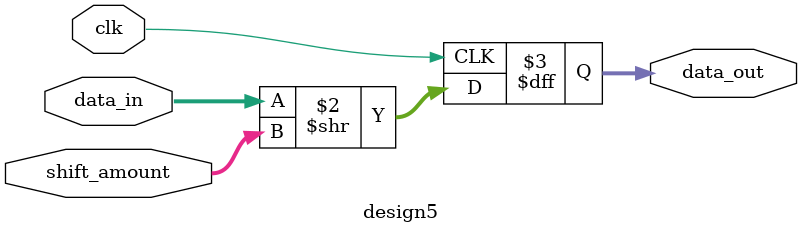
<source format=v>
module design5(
    input clk,
    input [3:0] data_in,
    input [2:0] shift_amount, // Number of bits to shift (max 3)
    output reg [3:0] data_out
);

always @ (posedge clk) begin
    data_out <= data_in >> shift_amount; // Right shift by specified amount
end

endmodule


</source>
